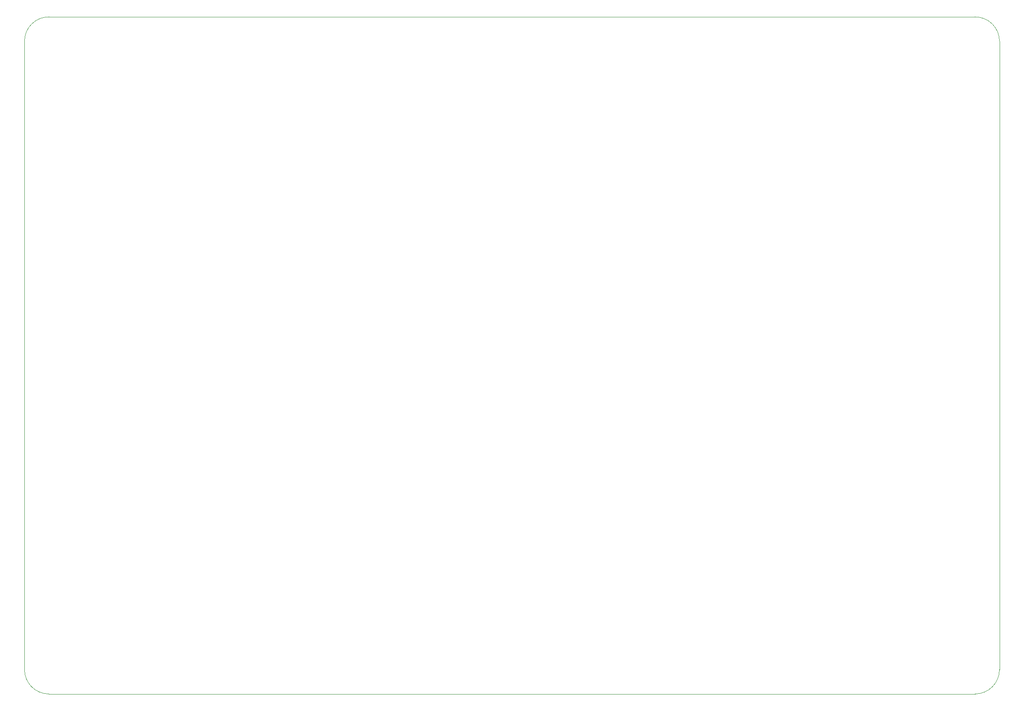
<source format=gbr>
%TF.GenerationSoftware,KiCad,Pcbnew,(5.1.10)-1*%
%TF.CreationDate,2021-10-27T19:24:49+02:00*%
%TF.ProjectId,Program Counter,50726f67-7261-46d2-9043-6f756e746572,rev1.0*%
%TF.SameCoordinates,Original*%
%TF.FileFunction,Profile,NP*%
%FSLAX46Y46*%
G04 Gerber Fmt 4.6, Leading zero omitted, Abs format (unit mm)*
G04 Created by KiCad (PCBNEW (5.1.10)-1) date 2021-10-27 19:24:49*
%MOMM*%
%LPD*%
G01*
G04 APERTURE LIST*
%TA.AperFunction,Profile*%
%ADD10C,0.050000*%
%TD*%
G04 APERTURE END LIST*
D10*
X240000000Y-24000000D02*
X240000000Y-25000000D01*
X235000000Y-19000000D02*
G75*
G02*
X240000000Y-24000000I0J-5000000D01*
G01*
X240000000Y-153000000D02*
X240000000Y-25000000D01*
X240000000Y-153000000D02*
G75*
G02*
X235000000Y-158000000I-5000000J0D01*
G01*
X45000000Y-158000000D02*
X235000000Y-158000000D01*
X45000000Y-158000000D02*
G75*
G02*
X40000000Y-153000000I0J5000000D01*
G01*
X40000000Y-24000000D02*
X40000000Y-153000000D01*
X40000000Y-24000000D02*
G75*
G02*
X45000000Y-19000000I5000000J0D01*
G01*
X235000000Y-19000000D02*
X45000000Y-19000000D01*
M02*

</source>
